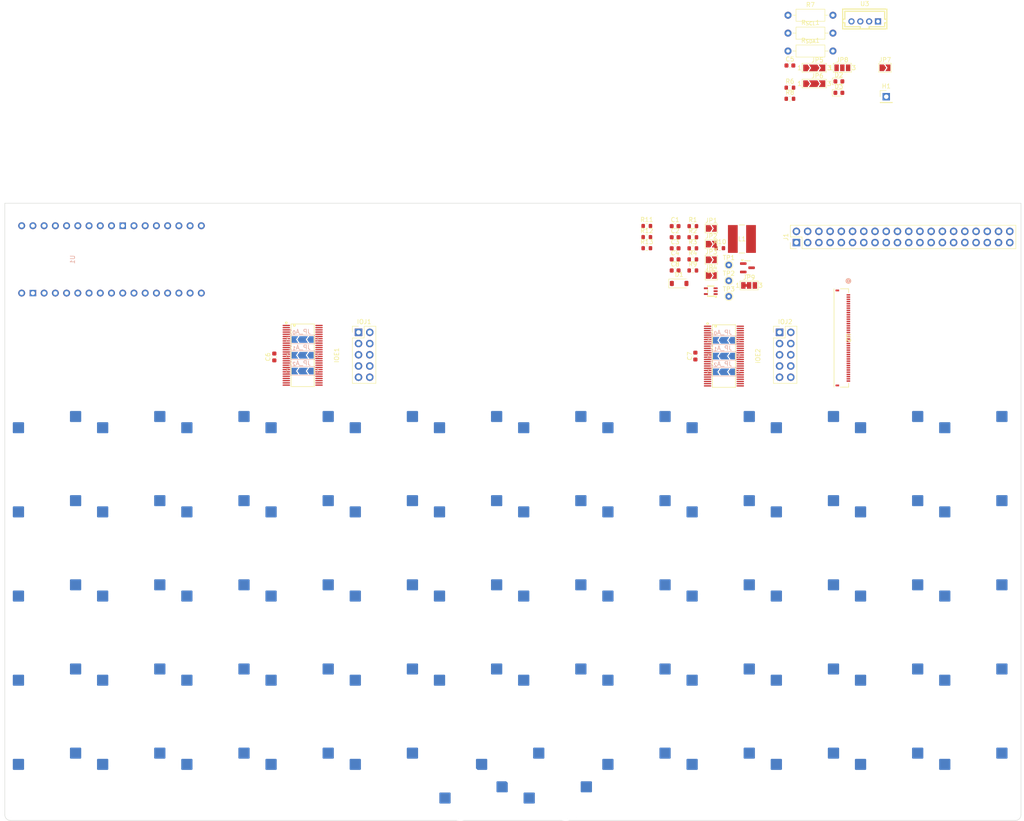
<source format=kicad_pcb>
(kicad_pcb
	(version 20241229)
	(generator "pcbnew")
	(generator_version "9.0")
	(general
		(thickness 1.6)
		(legacy_teardrops no)
	)
	(paper "A4")
	(layers
		(0 "F.Cu" signal)
		(4 "In1.Cu" signal)
		(6 "In2.Cu" signal)
		(2 "B.Cu" signal)
		(9 "F.Adhes" user "F.Adhesive")
		(11 "B.Adhes" user "B.Adhesive")
		(13 "F.Paste" user)
		(15 "B.Paste" user)
		(5 "F.SilkS" user "F.Silkscreen")
		(7 "B.SilkS" user "B.Silkscreen")
		(1 "F.Mask" user)
		(3 "B.Mask" user)
		(17 "Dwgs.User" user "User.Drawings")
		(19 "Cmts.User" user "User.Comments")
		(21 "Eco1.User" user "User.Eco1")
		(23 "Eco2.User" user "User.Eco2")
		(25 "Edge.Cuts" user)
		(27 "Margin" user)
		(31 "F.CrtYd" user "F.Courtyard")
		(29 "B.CrtYd" user "B.Courtyard")
		(35 "F.Fab" user)
		(33 "B.Fab" user)
		(39 "User.1" user)
		(41 "User.2" user)
		(43 "User.3" user)
		(45 "User.4" user)
		(47 "User.5" user)
		(49 "User.6" user)
		(51 "User.7" user)
		(53 "User.8" user)
		(55 "User.9" user)
	)
	(setup
		(stackup
			(layer "F.SilkS"
				(type "Top Silk Screen")
			)
			(layer "F.Paste"
				(type "Top Solder Paste")
			)
			(layer "F.Mask"
				(type "Top Solder Mask")
				(thickness 0.01)
			)
			(layer "F.Cu"
				(type "copper")
				(thickness 0.035)
			)
			(layer "dielectric 1"
				(type "prepreg")
				(thickness 0.1)
				(material "FR4")
				(epsilon_r 4.5)
				(loss_tangent 0.02)
			)
			(layer "In1.Cu"
				(type "copper")
				(thickness 0.035)
			)
			(layer "dielectric 2"
				(type "core")
				(thickness 1.24)
				(material "FR4")
				(epsilon_r 4.5)
				(loss_tangent 0.02)
			)
			(layer "In2.Cu"
				(type "copper")
				(thickness 0.035)
			)
			(layer "dielectric 3"
				(type "prepreg")
				(thickness 0.1)
				(material "FR4")
				(epsilon_r 4.5)
				(loss_tangent 0.02)
			)
			(layer "B.Cu"
				(type "copper")
				(thickness 0.035)
			)
			(layer "B.Mask"
				(type "Bottom Solder Mask")
				(thickness 0.01)
			)
			(layer "B.Paste"
				(type "Bottom Solder Paste")
			)
			(layer "B.SilkS"
				(type "Bottom Silk Screen")
			)
			(copper_finish "HAL lead-free")
			(dielectric_constraints no)
		)
		(pad_to_mask_clearance 0)
		(allow_soldermask_bridges_in_footprints no)
		(tenting front back)
		(pcbplotparams
			(layerselection 0x00000000_00000000_55555555_5755f5ff)
			(plot_on_all_layers_selection 0x00000000_00000000_00000000_00000000)
			(disableapertmacros no)
			(usegerberextensions no)
			(usegerberattributes yes)
			(usegerberadvancedattributes yes)
			(creategerberjobfile yes)
			(dashed_line_dash_ratio 12.000000)
			(dashed_line_gap_ratio 3.000000)
			(svgprecision 4)
			(plotframeref no)
			(mode 1)
			(useauxorigin no)
			(hpglpennumber 1)
			(hpglpenspeed 20)
			(hpglpendiameter 15.000000)
			(pdf_front_fp_property_popups yes)
			(pdf_back_fp_property_popups yes)
			(pdf_metadata yes)
			(pdf_single_document no)
			(dxfpolygonmode yes)
			(dxfimperialunits yes)
			(dxfusepcbnewfont yes)
			(psnegative no)
			(psa4output no)
			(plot_black_and_white yes)
			(sketchpadsonfab no)
			(plotpadnumbers no)
			(hidednponfab no)
			(sketchdnponfab yes)
			(crossoutdnponfab yes)
			(subtractmaskfromsilk no)
			(outputformat 1)
			(mirror no)
			(drillshape 1)
			(scaleselection 1)
			(outputdirectory "")
		)
	)
	(net 0 "")
	(net 1 "Net-(JP9-C)")
	(net 2 "/LEDA_{TFT}")
	(net 3 "/LEDK_{TFT}")
	(net 4 "+3.3V")
	(net 5 "+5V")
	(net 6 "Net-(D1-A)")
	(net 7 "Net-(D2-A)")
	(net 8 "~{RST}")
	(net 9 "/~{RST_{TFT{slash}TP}}")
	(net 10 "/CS_{SPI{slash}TFT}")
	(net 11 "/Switch Matrix Left Half/SWPIN_{4,2}")
	(net 12 "/Switch Matrix Left Half/SWPIN_{0,2}")
	(net 13 "/Switch Matrix Left Half/SWPIN_{1,7}")
	(net 14 "/Switch Matrix Left Half/SWPIN_{3,7}")
	(net 15 "/Switch Matrix Left Half/SWPIN_{4,6}")
	(net 16 "/Switch Matrix Left Half/SWPIN_{3,5}")
	(net 17 "/Switch Matrix Left Half/SWPIN_{4,0}")
	(net 18 "/Switch Matrix Left Half/SWPIN_{2,1}")
	(net 19 "/Switch Matrix Left Half/SWPIN_{0,6}")
	(net 20 "/INT_{LR}")
	(net 21 "/Switch Matrix Left Half/SWPIN_{2,0}")
	(net 22 "/Switch Matrix Left Half/SWPIN_{1,2}")
	(net 23 "/Switch Matrix Left Half/SWPIN_{0,7}")
	(net 24 "/Switch Matrix Left Half/SWPIN_{0,4}")
	(net 25 "/Switch Matrix Left Half/SWPIN_{1,5}")
	(net 26 "/Switch Matrix Left Half/SWPIN_{2,2}")
	(net 27 "/Switch Matrix Left Half/SWPIN_{3,3}")
	(net 28 "/Switch Matrix Left Half/SWPIN_{4,3}")
	(net 29 "Net-(IOE1-A2)")
	(net 30 "/Switch Matrix Left Half/SWPIN_{2,6}")
	(net 31 "/Switch Matrix Left Half/SWPIN_{3,0}")
	(net 32 "/Switch Matrix Left Half/SWPIN_{4,7}")
	(net 33 "/Switch Matrix Left Half/SWPIN_{1,0}")
	(net 34 "Net-(IOE1-A0)")
	(net 35 "/Switch Matrix Left Half/SWPIN_{1,3}")
	(net 36 "/Switch Matrix Left Half/SWPIN_{1,4}")
	(net 37 "/Switch Matrix Left Half/SWPIN_{2,4}")
	(net 38 "/Switch Matrix Left Half/SWPIN_{2,5}")
	(net 39 "Net-(IOE1-A1)")
	(net 40 "/Switch Matrix Left Half/SWPIN_{3,1}")
	(net 41 "SCL")
	(net 42 "/Switch Matrix Left Half/SWPIN_{4,4}")
	(net 43 "/Switch Matrix Left Half/SWPIN_{0,0}")
	(net 44 "/Switch Matrix Left Half/SWPIN_{4,5}")
	(net 45 "/Switch Matrix Left Half/SWPIN_{3,6}")
	(net 46 "/Switch Matrix Left Half/SWPIN_{4,1}")
	(net 47 "/Switch Matrix Left Half/SWPIN_{1,1}")
	(net 48 "/Switch Matrix Left Half/SWPIN_{3,4}")
	(net 49 "/Switch Matrix Left Half/SWPIN_{0,3}")
	(net 50 "/Switch Matrix Left Half/SWPIN_{1,6}")
	(net 51 "/Switch Matrix Left Half/SWPIN_{2,7}")
	(net 52 "/Switch Matrix Left Half/SWPIN_{3,2}")
	(net 53 "SDA")
	(net 54 "/Switch Matrix Left Half/SWPIN_{2,3}")
	(net 55 "/Switch Matrix Left Half/SWPIN_{0,5}")
	(net 56 "/Switch Matrix Left Half/SWPIN_{0,1}")
	(net 57 "/Switch Matrix Right Half/SWPIN_{1,6}")
	(net 58 "/Switch Matrix Right Half/SWPIN_{4,4}")
	(net 59 "/Switch Matrix Right Half/SWPIN_{3,4}")
	(net 60 "Net-(IOE2-A0)")
	(net 61 "/Switch Matrix Right Half/SWPIN_{1,0}")
	(net 62 "/Switch Matrix Right Half/SWPIN_{2,3}")
	(net 63 "/Switch Matrix Right Half/SWPIN_{3,6}")
	(net 64 "Net-(IOE2-A1)")
	(net 65 "/Switch Matrix Right Half/SWPIN_{3,0}")
	(net 66 "/Switch Matrix Right Half/SWPIN_{0,2}")
	(net 67 "/Switch Matrix Right Half/SWPIN_{3,2}")
	(net 68 "/Switch Matrix Right Half/SWPIN_{1,3}")
	(net 69 "/Switch Matrix Right Half/SWPIN_{4,6}")
	(net 70 "/Switch Matrix Right Half/SWPIN_{2,4}")
	(net 71 "/Switch Matrix Right Half/SWPIN_{2,6}")
	(net 72 "/Switch Matrix Right Half/SWPIN_{1,4}")
	(net 73 "/Switch Matrix Right Half/SWPIN_{3,7}")
	(net 74 "/Switch Matrix Right Half/SWPIN_{3,5}")
	(net 75 "/Switch Matrix Right Half/SWPIN_{2,5}")
	(net 76 "/Switch Matrix Right Half/SWPIN_{4,5}")
	(net 77 "/Switch Matrix Right Half/SWPIN_{2,0}")
	(net 78 "unconnected-(U1-VBAT-Pad1)")
	(net 79 "/Switch Matrix Right Half/SWPIN_{4,0}")
	(net 80 "GND")
	(net 81 "/Switch Matrix Right Half/SWPIN_{1,2}")
	(net 82 "/Switch Matrix Right Half/SWPIN_{0,3}")
	(net 83 "/Switch Matrix Right Half/SWPIN_{0,7}")
	(net 84 "Net-(IOE2-A2)")
	(net 85 "/Switch Matrix Right Half/SWPIN_{2,2}")
	(net 86 "/Switch Matrix Right Half/SWPIN_{0,1}")
	(net 87 "/Switch Matrix Right Half/SWPIN_{0,4}")
	(net 88 "/Switch Matrix Right Half/SWPIN_{4,7}")
	(net 89 "/Switch Matrix Right Half/SWPIN_{0,0}")
	(net 90 "/Switch Matrix Right Half/SWPIN_{4,3}")
	(net 91 "/Switch Matrix Right Half/SWPIN_{2,7}")
	(net 92 "/Switch Matrix Right Half/SWPIN_{1,1}")
	(net 93 "/Switch Matrix Right Half/SWPIN_{0,5}")
	(net 94 "/Switch Matrix Right Half/SWPIN_{4,2}")
	(net 95 "/Switch Matrix Right Half/SWPIN_{0,6}")
	(net 96 "/Switch Matrix Right Half/SWPIN_{3,1}")
	(net 97 "/G5")
	(net 98 "/Switch Matrix Right Half/SWPIN_{2,1}")
	(net 99 "/Switch Matrix Right Half/SWPIN_{1,7}")
	(net 100 "/Switch Matrix Right Half/SWPIN_{4,1}")
	(net 101 "/Switch Matrix Right Half/SWPIN_{1,5}")
	(net 102 "/R1")
	(net 103 "/R5")
	(net 104 "/B1")
	(net 105 "/G2")
	(net 106 "/Switch Matrix Right Half/SWPIN_{3,3}")
	(net 107 "/SCK_{SPI}")
	(net 108 "/HSYNC_{TFT}")
	(net 109 "/B4")
	(net 110 "/G4")
	(net 111 "/MOSI_{SPI}")
	(net 112 "/IM0")
	(net 113 "+3.3V_{LDO2}")
	(net 114 "/G3")
	(net 115 "/DE_{TFT}")
	(net 116 "/IM1")
	(net 117 "/G1")
	(net 118 "/B2")
	(net 119 "/G0")
	(net 120 "/INT_{TP}")
	(net 121 "/R3")
	(net 122 "Net-(J1-Pin_12)")
	(net 123 "/R2")
	(net 124 "/VSYNC_{TFT}")
	(net 125 "Net-(JP1-A)")
	(net 126 "/B5")
	(net 127 "Net-(JP2-A)")
	(net 128 "/R4")
	(net 129 "Net-(JP3-A)")
	(net 130 "Net-(JP4-A)")
	(net 131 "/B3")
	(net 132 "/INT_{TP}{slash}~{RST_{TFT{slash}TP}}")
	(net 133 "Net-(JP9-A)")
	(net 134 "Net-(Q1-G)")
	(net 135 "/PCLK_{TFT}")
	(net 136 "/BGPWM_{TFT}")
	(net 137 "Net-(R10-Pad1)")
	(net 138 "Net-(R11-Pad2)")
	(net 139 "Net-(R13-Pad2)")
	(net 140 "Net-(R11-Pad1)")
	(footprint "easyeda2kicad:TSSOP-56_L14.0-W6.1-P0.50-LS8.1-BL" (layer "F.Cu") (at 188.07 56.17 -90))
	(footprint "easyeda2kicad:TSSOP-56_L14.0-W6.1-P0.50-LS8.1-BL" (layer "F.Cu") (at 92.77 55.99 -90))
	(footprint "Resistor_SMD:R_0603_1608Metric" (layer "F.Cu") (at 170.625 31.75))
	(footprint "Project_Library:CONN_F3311A7H121040E200_AMP" (layer "F.Cu") (at 214.63 52.07 -90))
	(footprint "easyeda2kicad:CONN-TH_B4B-PH-K-LF-SN" (layer "F.Cu") (at 219.925 -19.58))
	(footprint "Capacitor_SMD:C_0603_1608Metric" (layer "F.Cu") (at 177.025 26.76))
	(footprint "Resistor_SMD:R_0603_1608Metric" (layer "F.Cu") (at 181.035 34.29))
	(footprint "TestPoint:TestPoint_THTPad_D1.5mm_Drill0.7mm" (layer "F.Cu") (at 189.165 35.56))
	(footprint "Resistor_THT:R_Axial_DIN0207_L6.3mm_D2.5mm_P10.16mm_Horizontal" (layer "F.Cu") (at 202.565 -20.98))
	(footprint "Resistor_SMD:R_0603_1608Metric" (layer "F.Cu") (at 202.995 -4.58))
	(footprint "Connector_PinHeader_2.54mm:PinHeader_2x05_P2.54mm_Vertical" (layer "F.Cu") (at 105.41 50.8))
	(footprint "Project_Library:IND_BOURNS_SRR5028" (layer "F.Cu") (at 192.14 29.665))
	(footprint "Diode_SMD:D_SOD-123" (layer "F.Cu") (at 177.94 39.73))
	(footprint "Resistor_SMD:R_0603_1608Metric" (layer "F.Cu") (at 170.625 26.73))
	(footprint "Resistor_SMD:R_0603_1608Metric" (layer "F.Cu") (at 181.035 26.76))
	(footprint "Connector_PinHeader_2.54mm:PinHeader_1x01_P2.54mm_Vertical" (layer "F.Cu") (at 224.79 -2.54))
	(footprint "Resistor_SMD:R_0603_1608Metric" (layer "F.Cu") (at 202.995 -2.07))
	(footprint "Jumper:SolderJumper-2_P1.3mm_Open_TrianglePad1.0x1.5mm" (layer "F.Cu") (at 185.215 27.28))
	(footprint "Jumper:SolderJumper-2_P1.3mm_Open_TrianglePad1.0x1.5mm" (layer "F.Cu") (at 185.215 30.83))
	(footprint "Capacitor_SMD:C_0603_1608Metric" (layer "F.Cu") (at 181.61 56.17 90))
	(footprint "Resistor_THT:R_Axial_DIN0207_L6.3mm_D2.5mm_P10.16mm_Horizontal" (layer "F.Cu") (at 202.565 -16.93))
	(footprint "PCM_JLCPCB:Q_SOT-23" (layer "F.Cu") (at 193.385 36.185))
	(footprint "Jumper:SolderJumper-3_P1.3mm_Open_Pad1.0x1.5mm_NumberLabels" (layer "F.Cu") (at 214.855 -9.08))
	(footprint "Jumper:SolderJumper-2_P1.3mm_Open_TrianglePad1.0x1.5mm" (layer "F.Cu") (at 185.215 34.38))
	(footprint "Resistor_SMD:R_0603_1608Metric" (layer "F.Cu") (at 181.035 31.78))
	(footprint "Jumper:SolderJumper-2_P1.3mm_Open_TrianglePad1.0x1.5mm" (layer "F.Cu") (at 185.215 37.93))
	(footprint "Diode_SMD:D_0603_1608Metric" (layer "F.Cu") (at 214.075 -6.01))
	(footprint "Resistor_SMD:R_0603_1608Metric" (layer "F.Cu") (at 181.035 29.27))
	(footprint "Capacitor_SMD:C_0603_1608Metric" (layer "F.Cu") (at 177.025 36.8))
	(footprint "Resistor_SMD:R_0603_1608Metric" (layer "F.Cu") (at 187.135 31.75))
	(footprint "Capacitor_SMD:C_0603_1608Metric" (layer "F.Cu") (at 177.025 34.29))
	(footprint "Resistor_SMD:R_0603_1608Metric" (layer "F.Cu") (at 170.625 29.24))
	(footprint "Project_Library:SolderJumper-3_P2.0mm_Open_TrianglePad1.0x1.5mm_LTR" (layer "F.Cu") (at 208.505 -9.06))
	(footprint "Jumper:SolderJumper-2_P1.3mm_Open_TrianglePad1.0x1.5mm" (layer "F.Cu") (at 224.505 -9.08))
	(footprint "Resistor_SMD:R_0603_1608Metric"
		(layer "F.Cu")
		(uuid "c0c715f5-29c4-41ba-98a4-ac69d2300a36")
		(at 181.035 36.8)
		(descr "Resistor SMD 0603 (1608 Metric), square (rectangular) end terminal, IPC-7351 nominal, (Body size source: IPC-SM-782 page 72, https://www.pcb-3d.com/wordpress/wp-content/uploads/ipc-sm-782a_amendment_1_and_2.pdf), generated with kicad-footprint-generator")
		(tags "resistor")
		(property "Reference" "R9"
			(at 0 -1.43 0)
			(layer "F.SilkS")
			(uuid "28c56db2-cfe3-4139-bc64-362c2e348043")
			(effects
				(font
					(size 1 1)
					(thickness 0.15)
				)
			)
		)
		(property "Value" "100 Ohm"
			(at 0 1.43 0)
			(layer "F.Fab")
			(uuid "756663ad-4d2e-47c9-9af2-78c89caddb3f")
			(effects
				(font
					(size 1 1)
					(thickness 0.15)
				)
			)
		)
		(property "Datasheet" "~"
			(at 0 0 0)
			(layer "F.Fab")
			(hide yes)
			(uuid "1267baad-1f68-464c-8b07-94e1779e971b")
			(effects
				(font
					(size 1.27 1.27)
					(thickness 0.15)
				)
			)
		)
		(property "Description" "Resistor, small symbol"
			(at 0 0 0)
			(layer "F.Fab")
			(hide yes)
			(uuid "56dd2074-5180-4a7e-b6ac-3381fc829178")
			(effects
				(font
					(size 1.27 1.27)
					(thickness 0.15)
				)
			)
		)
		(property ki_fp_filters "R_*")
		(path "/628f2de5-a5de-421c-af90-8153f9f7644b/1b0de3ee-6f3c-47fb-a857-1c37b82e0f96")
		(sheetname "/Backlight Boost Converter/")
		(sheetfile "backlight_boost_converter.kicad_sch")
		(attr smd)
		(fp_line
			(start -0.237258 -0.5225)
			(end 0.237258 -0.5225)
			(stroke
				(width 0.12)
				(type solid)
			)
			(layer "F.SilkS")
			(uuid "a2f94645-fe87-4630-9139-c89c979f444b")
		)
		(fp_line
			(start -0.237258 0.5225)
			(end 0.237258 0.5225)
			(stroke
				(width 0.12)
				(type solid)
			)
			(layer "F.SilkS")
			(uuid "40a179f8-17c8-443b-9d23-802ff6c403d8")
		)
		(fp_line
			(start -1.48 -0.73)
			(end 1.48 -0.73)
			(stroke
				(width 0.05)
				(type solid)
			)
			(layer "F.CrtYd")
			(uuid "3e826124-3a7a-48f6-a6bf-b4ea1c4925d0")
		)
		(fp_line
			(start -1.48 0.73)
			(end -1.48 -0.73)
			(stroke
				(width 0.05)
				(type solid)
			)
			(layer "F.CrtYd")
			(uuid "d80260a5-c07e-474e-8f07-a32b8dd6f6ae")
		)
		(fp_line
			(start 1.48 -0.73)
			(end 1.48 0.73)
			(stroke
				(width 0.05)
				(type solid)
			)
			(layer "F.CrtYd")
			(uuid "e08462cf-c5dc-4ed8-bc2a-e2cffec0d528")
		)
		(fp_line
			(start 1.48 0.73)
			(end -1.48 0.73)
			(stroke
				(width 0.05)
				(type solid)
			)
			(layer "F.CrtYd")
			(uuid "53c21526-8ef2-4d0e-9b97-f7c78dd1533a")
		)
		(fp_line
			(start -0.8 -0.4125)
			(end 0.8 -0.4125)
			(stroke
				(width 0.1)
				(type solid)
			)
			(layer "F.Fab")
			(uuid "6f82ce21-2b8f-435e-ba80-d45c9282baf5")
		)
		(fp_line
			(start -0.8 0.4125)
			(end -0.8 -0.4125)
			(stroke
				(width 0.1)
				(type solid)
			)
			(layer "F.Fab")
			(uuid "27543120-d1d7-49c7-992
... [571880 chars truncated]
</source>
